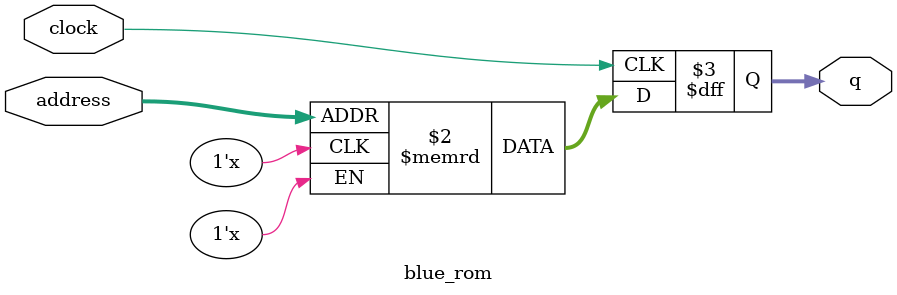
<source format=sv>
module blue_rom (
	input logic clock,
	input logic [8:0] address,
	output logic [4:0] q
);

logic [4:0] memory [0:399] /* synthesis ram_init_file = "./blue/blue.mif" */;

always_ff @ (posedge clock) begin
	q <= memory[address];
end

endmodule

</source>
